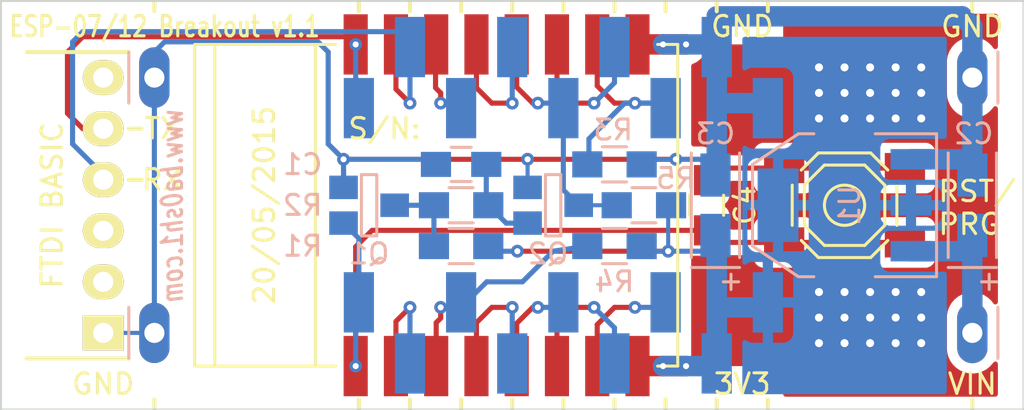
<source format=kicad_pcb>
(kicad_pcb (version 20221018) (generator pcbnew)
  (layers (0 "F.Cu" signal) (31 "B.Cu" signal) (34 "B.Paste" user) (35 "F.Paste" user) (36 "B.SilkS" user "B.Silkscreen") (37 "F.SilkS" user "F.Silkscreen") (38 "B.Mask" user) (39 "F.Mask" user) (44 "Edge.Cuts" user))
  (net 0 "")
  (net 1 "Net-(C1-Pad1)")
  (net 2 "GND")
  (net 3 "+5V")
  (net 4 "+3V3")
  (net 5 "/CTS")
  (net 6 "/V+")
  (net 7 "/TXO")
  (net 8 "/RXI")
  (net 9 "/DTR")
  (net 10 "/RESET")
  (net 11 "Net-(Q1-PadD)")
  (net 12 "/GPIO0")
  (net 13 "Net-(M1-Pad10)")
  (net 14 "Net-(M1-Pad3)")
  (net 15 "Net-(M1-Pad2)")
  (net 16 "Net-(M1-Pad4)")
  (net 17 "Net-(M1-Pad5)")
  (net 18 "Net-(M1-Pad6)")
  (net 19 "Net-(M1-Pad7)")
  (net 20 "Net-(M1-Pad13)")
  (net 21 "Net-(M1-Pad14)")
  (net 22 "Net-(M1-Pad11)")
  (footprint "Switch:PUSH_4x4_SMD" (layer "F.Cu") (at 148.59 128.27)
    (fp_text reference "SW1" hide)
    (fp_text value "SW_PUSH" hide)
    (fp_line (start -2.6 -1) (end -2.6 1) (stroke (width 0.1524)) (layer "F.SilkS"))
    (fp_line (start -1.99898 -1.00076) (end -1.99898 1.00076) (stroke (width 0.1524)) (layer "F.SilkS"))
    (fp_line (start -1.99898 1.00076) (end -1.00076 1.99898) (stroke (width 0.1524)) (layer "F.SilkS"))
    (fp_line (start -1.30048 2.60096) (end 1.30048 2.60096) (stroke (width 0.1524)) (layer "F.SilkS"))
    (fp_line (start -1.3 -2.6) (end -2.15 -1.75) (stroke (width 0.1524)) (layer "F.SilkS"))
    (fp_line (start -1.3 2.6) (end -2.15 1.75) (stroke (width 0.1524)) (layer "F.SilkS"))
    (fp_line (start -1.00076 -1.99898) (end -1.99898 -1.00076) (stroke (width 0.1524)) (layer "F.SilkS"))
    (fp_line (start -1.00076 1.99898) (end 1.00076 1.99898) (stroke (width 0.1524)) (layer "F.SilkS"))
    (fp_line (start 1.00076 -1.99898) (end -1.00076 -1.99898) (stroke (width 0.1524)) (layer "F.SilkS"))
    (fp_line (start 1.00076 1.99898) (end 1.99898 1.00076) (stroke (width 0.1524)) (layer "F.SilkS"))
    (fp_line (start 1.3 -2.6) (end 2.15 -1.75) (stroke (width 0.1524)) (layer "F.SilkS"))
    (fp_line (start 1.3 2.6) (end 2.15 1.75) (stroke (width 0.1524)) (layer "F.SilkS"))
    (fp_line (start 1.30048 -2.60096) (end -1.30048 -2.60096) (stroke (width 0.1524)) (layer "F.SilkS"))
    (fp_line (start 1.99898 -1.00076) (end 1.00076 -1.99898) (stroke (width 0.1524)) (layer "F.SilkS"))
    (fp_line (start 1.99898 1.00076) (end 1.99898 -1.00076) (stroke (width 0.1524)) (layer "F.SilkS"))
    (fp_line (start 2.6 1) (end 2.6 -0.95) (stroke (width 0.1524)) (layer "F.SilkS"))
    (fp_circle (center 0 0) (end -1.00076 0) (stroke (width 0.1524)) (fill none) (layer "F.SilkS"))
    (pad "1" smd rect (at -2.99974 -1.84912) (size 2 1.5) (layers "F.Cu" "F.Paste" "F.Mask") (net 2 "GND"))
    (pad "1" smd rect (at 2.99974 -1.84912) (size 2 1.5) (layers "F.Cu" "F.Paste" "F.Mask") (net 2 "GND"))
    (pad "2" smd rect (at -2.99974 1.84912) (size 2 1.5) (layers "F.Cu" "F.Paste" "F.Mask") (net 10 "/RESET"))
    (pad "2" smd rect (at 2.99974 1.84912) (size 2 1.5) (layers "F.Cu" "F.Paste" "F.Mask") (net 10 "/RESET"))
  )
  (footprint "Capacitors_SMD:C_0805_HandSoldering" (layer "F.Cu") (at 141.732 128.27 90)
    (fp_text reference "C4" (at 0 1.905 270) (layer "F.SilkS"))
    (fp_text value "0.1u" hide)
    (fp_line (start -0.5 0.85) (end 0.5 0.85) (stroke (width 0.15)) (layer "F.SilkS"))
    (fp_line (start 0.5 -0.85) (end -0.5 -0.85) (stroke (width 0.15)) (layer "F.SilkS"))
    (pad "1" smd rect (at -1.25 0 90) (size 1.5 1.25) (layers "F.Cu" "F.Paste" "F.Mask") (net 10 "/RESET"))
    (pad "2" smd rect (at 1.25 0 90) (size 1.5 1.25) (layers "F.Cu" "F.Paste" "F.Mask") (net 2 "GND"))
  )
  (footprint "ESP8266:ESP-07" (layer "F.Cu") (at 130.302 128.27)
    (fp_text reference "M1" hide)
    (fp_text value "ESP-07" hide)
    (fp_line (start -14 -8) (end -14 8) (stroke (width 0.15)) (layer "F.SilkS"))
    (fp_line (start -14 8) (end -13 8) (stroke (width 0.15)) (layer "F.SilkS"))
    (fp_line (start -13 -8) (end -14 -8) (stroke (width 0.15)) (layer "F.SilkS"))
    (fp_line (start -13 -8) (end -7 -8) (stroke (width 0.15)) (layer "F.SilkS"))
    (fp_line (start -13 8) (end -13 -8) (stroke (width 0.15)) (layer "F.SilkS"))
    (fp_line (start -8 -8) (end -8 8) (stroke (width 0.15)) (layer "F.SilkS"))
    (fp_line (start -7 8) (end -13 8) (stroke (width 0.15)) (layer "F.SilkS"))
    (fp_line (start 9 8) (end 10 8) (stroke (width 0.15)) (layer "F.SilkS"))
    (fp_line (start 10 -8) (end 9 -8) (stroke (width 0.15)) (layer "F.SilkS"))
    (fp_line (start 10 8) (end 10 -8) (stroke (width 0.15)) (layer "F.SilkS"))
    (pad "1" smd rect (at -6 8) (size 1.2 3) (layers "F.Cu" "F.Paste" "F.Mask") (net 10 "/RESET"))
    (pad "2" smd rect (at -4 8) (size 1.2 3) (layers "F.Cu" "F.Paste" "F.Mask") (net 15 "Net-(M1-Pad2)"))
    (pad "3" smd rect (at -2 8) (size 1.2 3) (layers "F.Cu" "F.Paste" "F.Mask") (net 14 "Net-(M1-Pad3)"))
    (pad "4" smd rect (at 0 8) (size 1.2 3) (layers "F.Cu" "F.Paste" "F.Mask") (net 16 "Net-(M1-Pad4)"))
    (pad "5" smd rect (at 2 8) (size 1.2 3) (layers "F.Cu" "F.Paste" "F.Mask") (net 17 "Net-(M1-Pad5)"))
    (pad "6" smd rect (at 4 8) (size 1.2 3) (layers "F.Cu" "F.Paste" "F.Mask") (net 18 "Net-(M1-Pad6)"))
    (pad "7" smd rect (at 6 8) (size 1.2 3) (layers "F.Cu" "F.Paste" "F.Mask") (net 19 "Net-(M1-Pad7)"))
    (pad "8" smd rect (at 8 8) (size 1.2 3) (layers "F.Cu" "F.Paste" "F.Mask") (net 4 "+3V3"))
    (pad "9" smd rect (at 8 -8) (size 1.2 3) (layers "F.Cu" "F.Paste" "F.Mask") (net 2 "GND"))
    (pad "10" smd rect (at 6 -8) (size 1.2 3) (layers "F.Cu" "F.Paste" "F.Mask") (net 13 "Net-(M1-Pad10)"))
    (pad "11" smd rect (at 4 -8) (size 1.2 3) (layers "F.Cu" "F.Paste" "F.Mask") (net 22 "Net-(M1-Pad11)"))
    (pad "12" smd rect (at 2 -8) (size 1.2 3) (layers "F.Cu" "F.Paste" "F.Mask") (net 12 "/GPIO0"))
    (pad "13" smd rect (at 0 -8) (size 1.2 3) (layers "F.Cu" "F.Paste" "F.Mask") (net 20 "Net-(M1-Pad13)"))
    (pad "14" smd rect (at -2 -8) (size 1.2 3) (layers "F.Cu" "F.Paste" "F.Mask") (net 21 "Net-(M1-Pad14)"))
    (pad "15" smd rect (at -4 -8) (size 1.2 3) (layers "F.Cu" "F.Paste" "F.Mask") (net 7 "/TXO"))
    (pad "16" smd rect (at -6 -8) (size 1.2 3) (layers "F.Cu" "F.Paste" "F.Mask") (net 8 "/RXI"))
  )
  (footprint "Pin_Headers:Pin_Header_Angled_1x06" (layer "F.Cu") (at 111.76 128.27 90)
    (fp_text reference "P1" hide)
    (fp_text value "FTDI BASIC" (at 0 -2.54 90) (layer "F.SilkS") (effects (font (size 1.016 1.016) (thickness 0.1524))))
    (pad "1" thru_hole rect (at -6.35 0 90) (size 1.7272 2.032) (drill 1) (layers "*.Cu" "*.Mask" "F.SilkS") (net 2 "GND"))
    (pad "2" thru_hole oval (at -3.81 0 90) (size 1.7272 2.032) (drill 1) (layers "*.Cu" "*.Mask" "F.SilkS") (net 5 "/CTS"))
    (pad "3" thru_hole oval (at -1.27 0 90) (size 1.7272 2.032) (drill 1) (layers "*.Cu" "*.Mask" "F.SilkS") (net 6 "/V+"))
    (pad "4" thru_hole oval (at 1.27 0 90) (size 1.7272 2.032) (drill 1) (layers "*.Cu" "*.Mask" "F.SilkS") (net 7 "/TXO"))
    (pad "5" thru_hole oval (at 3.81 0 90) (size 1.7272 2.032) (drill 1) (layers "*.Cu" "*.Mask" "F.SilkS") (net 8 "/RXI"))
    (pad "6" thru_hole oval (at 6.35 0 90) (size 1.7272 2.032) (drill 1) (layers "*.Cu" "*.Mask" "F.SilkS") (net 9 "/DTR"))
  )
  (footprint "Resistors_SMD:R_0805_HandSoldering" (layer "B.Cu") (at 129.54 128.27 180)
    (fp_text reference "R2" (at 7.874 0 180) (layer "B.SilkS") (effects (justify mirror)))
    (fp_text value "100K" hide)
    (fp_line (start -0.6 0.875) (end 0.6 0.875) (stroke (width 0.15)) (layer "B.SilkS"))
    (fp_line (start 0.6 -0.875) (end -0.6 -0.875) (stroke (width 0.15)) (layer "B.SilkS"))
    (pad "1" smd rect (at -1.35 0 180) (size 1.5 1.3) (layers "B.Cu" "B.Paste" "B.Mask") (net 1 "Net-(C1-Pad1)"))
    (pad "2" smd rect (at 1.35 0 180) (size 1.5 1.3) (layers "B.Cu" "B.Paste" "B.Mask") (net 11 "Net-(Q1-PadD)"))
  )
  (footprint "Resistors_SMD:R_0805_HandSoldering" (layer "B.Cu") (at 137.16 126.238 180)
    (fp_text reference "R3" (at 0.0635 1.7145 180) (layer "B.SilkS") (effects (justify mirror)))
    (fp_text value "10K" hide)
    (fp_line (start -0.6 0.875) (end 0.6 0.875) (stroke (width 0.15)) (layer "B.SilkS"))
    (fp_line (start 0.6 -0.875) (end -0.6 -0.875) (stroke (width 0.15)) (layer "B.SilkS"))
    (pad "1" smd rect (at -1.35 0 180) (size 1.5 1.3) (layers "B.Cu" "B.Paste" "B.Mask") (net 2 "GND"))
    (pad "2" smd rect (at 1.35 0 180) (size 1.5 1.3) (layers "B.Cu" "B.Paste" "B.Mask") (net 13 "Net-(M1-Pad10)"))
  )
  (footprint "Resistors_SMD:R_0805_HandSoldering" (layer "B.Cu") (at 137.16 130.302)
    (fp_text reference "R4" (at 0 1.778) (layer "B.SilkS") (effects (justify mirror)))
    (fp_text value "47K" hide)
    (fp_line (start -0.6 0.875) (end 0.6 0.875) (stroke (width 0.15)) (layer "B.SilkS"))
    (fp_line (start 0.6 -0.875) (end -0.6 -0.875) (stroke (width 0.15)) (layer "B.SilkS"))
    (pad "1" smd rect (at -1.35 0) (size 1.5 1.3) (layers "B.Cu" "B.Paste" "B.Mask") (net 14 "Net-(M1-Pad3)"))
    (pad "2" smd rect (at 1.35 0) (size 1.5 1.3) (layers "B.Cu" "B.Paste" "B.Mask") (net 4 "+3V3"))
  )
  (footprint "Capacitors_SMD:C_0805_HandSoldering" (layer "B.Cu") (at 129.54 126.238 180)
    (fp_text reference "C1" (at 7.874 0 180) (layer "B.SilkS") (effects (justify mirror)))
    (fp_text value "2u2" hide)
    (fp_line (start -0.5 -0.85) (end 0.5 -0.85) (stroke (width 0.15)) (layer "B.SilkS"))
    (fp_line (start 0.5 0.85) (end -0.5 0.85) (stroke (width 0.15)) (layer "B.SilkS"))
    (pad "1" smd rect (at -1.25 0 180) (size 1.5 1.25) (layers "B.Cu" "B.Paste" "B.Mask") (net 1 "Net-(C1-Pad1)"))
    (pad "2" smd rect (at 1.25 0 180) (size 1.5 1.25) (layers "B.Cu" "B.Paste" "B.Mask") (net 2 "GND"))
  )
  (footprint "Resistors_SMD:R_0805_HandSoldering" (layer "B.Cu") (at 129.54 130.302 180)
    (fp_text reference "R1" (at 7.874 0) (layer "B.SilkS") (effects (justify mirror)))
    (fp_text value "470K" hide)
    (fp_line (start -0.6 0.875) (end 0.6 0.875) (stroke (width 0.15)) (layer "B.SilkS"))
    (fp_line (start 0.6 -0.875) (end -0.6 -0.875) (stroke (width 0.15)) (layer "B.SilkS"))
    (pad "1" smd rect (at -1.35 0 180) (size 1.5 1.3) (layers "B.Cu" "B.Paste" "B.Mask") (net 4 "+3V3"))
    (pad "2" smd rect (at 1.35 0 180) (size 1.5 1.3) (layers "B.Cu" "B.Paste" "B.Mask") (net 11 "Net-(Q1-PadD)"))
  )
  (footprint "SMD_Packages:SOT-23-GDS" (layer "B.Cu") (at 134.112 128.27 -90)
    (fp_text reference "Q2" (at 2.413 0.254 180) (layer "B.SilkS") (effects (justify mirror)))
    (fp_text value "BSS138" hide)
    (fp_line (start -1.524 -0.381) (end -1.524 0.381) (stroke (width 0.15)) (layer "B.SilkS"))
    (fp_line (start -1.524 0.381) (end 1.524 0.381) (stroke (width 0.15)) (layer "B.SilkS"))
    (fp_line (start 1.524 -0.381) (end -1.524 -0.381) (stroke (width 0.15)) (layer "B.SilkS"))
    (fp_line (start 1.524 0.381) (end 1.524 -0.381) (stroke (width 0.15)) (layer "B.SilkS"))
    (pad "D" smd rect (at 0 -1.27 270) (size 1.1684 1.4224) (layers "B.Cu" "B.Paste" "B.Mask") (net 12 "/GPIO0"))
    (pad "G" smd rect (at 0.889 1.27 270) (size 1.1684 1.4224) (layers "B.Cu" "B.Paste" "B.Mask") (net 1 "Net-(C1-Pad1)"))
    (pad "S" smd rect (at -0.889 1.27 270) (size 1.1684 1.4224) (layers "B.Cu" "B.Paste" "B.Mask") (net 2 "GND"))
  )
  (footprint "Breakout:SMD-PINHEADER-11A" (layer "B.Cu") (at 114.3 121.92)
    (fp_text reference "P2" hide)
    (fp_text value "CONN_01X11" hide)
    (fp_line (start -1.27 1.27) (end -1.27 -1.27) (stroke (width 0.15)) (layer "B.SilkS"))
    (fp_line (start 41.91 1.27) (end 41.91 -1.27) (stroke (width 0.15)) (layer "B.SilkS"))
    (pad "1" thru_hole oval (at 0 0) (size 1.50622 3.01498) (drill 0.99822) (layers "*.Cu" "*.Mask") (net 2 "GND"))
    (pad "2" smd rect (at 10.16 1.52) (size 1.5 3) (layers "B.Cu" "B.Paste" "B.Mask") (net 8 "/RXI"))
    (pad "3" smd rect (at 12.7 -1.52) (size 1.5 3) (layers "B.Cu" "B.Paste" "B.Mask") (net 7 "/TXO"))
    (pad "4" smd rect (at 15.24 1.52) (size 1.5 3) (layers "B.Cu" "B.Paste" "B.Mask") (net 21 "Net-(M1-Pad14)"))
    (pad "5" smd rect (at 17.78 -1.52) (size 1.5 3) (layers "B.Cu" "B.Paste" "B.Mask") (net 20 "Net-(M1-Pad13)"))
    (pad "6" smd rect (at 20.32 1.52) (size 1.5 3) (layers "B.Cu" "B.Paste" "B.Mask") (net 12 "/GPIO0"))
    (pad "7" smd rect (at 22.86 -1.52) (size 1.5 3) (layers "B.Cu" "B.Paste" "B.Mask") (net 22 "Net-(M1-Pad11)"))
    (pad "8" smd rect (at 25.4 1.52) (size 1.5 3) (layers "B.Cu" "B.Paste" "B.Mask") (net 13 "Net-(M1-Pad10)"))
    (pad "9" smd rect (at 27.94 -1.52) (size 1.5 3) (layers "B.Cu" "B.Paste" "B.Mask") (net 2 "GND"))
    (pad "10" smd rect (at 30.48 1.52) (size 1.5 3) (layers "B.Cu" "B.Paste" "B.Mask") (net 2 "GND"))
    (pad "11" thru_hole oval (at 40.64 0) (size 1.50622 3.01498) (drill 0.99822) (layers "*.Cu" "*.Mask") (net 2 "GND"))
  )
  (footprint "Breakout:SMD-PINHEADER-11B" (layer "B.Cu") (at 114.3 134.62)
    (fp_text reference "P3" hide)
    (fp_text value "CONN_01X11" hide)
    (fp_line (start -1.27 1.27) (end -1.27 -1.27) (stroke (width 0.15)) (layer "B.SilkS"))
    (fp_line (start 41.91 1.27) (end 41.91 -1.27) (stroke (width 0.15)) (layer "B.SilkS"))
    (pad "1" thru_hole oval (at 0 0) (size 1.5 3) (drill 1) (layers "*.Cu" "*.Mask") (net 2 "GND"))
    (pad "2" smd rect (at 10.16 -1.52) (size 1.5 3) (layers "B.Cu" "B.Paste" "B.Mask") (net 10 "/RESET"))
    (pad "3" smd rect (at 12.7 1.52) (size 1.5 3) (layers "B.Cu" "B.Paste" "B.Mask") (net 15 "Net-(M1-Pad2)"))
    (pad "4" smd rect (at 15.24 -1.52) (size 1.5 3) (layers "B.Cu" "B.Paste" "B.Mask") (net 14 "Net-(M1-Pad3)"))
    (pad "5" smd rect (at 17.78 1.52) (size 1.5 3) (layers "B.Cu" "B.Paste" "B.Mask") (net 16 "Net-(M1-Pad4)"))
    (pad "6" smd rect (at 20.32 -1.52) (size 1.5 3) (layers "B.Cu" "B.Paste" "B.Mask") (net 17 "Net-(M1-Pad5)"))
    (pad "7" smd rect (at 22.86 1.52) (size 1.5 3) (layers "B.Cu" "B.Paste" "B.Mask") (net 18 "Net-(M1-Pad6)"))
    (pad "8" smd rect (at 25.4 -1.52) (size 1.5 3) (layers "B.Cu" "B.Paste" "B.Mask") (net 19 "Net-(M1-Pad7)"))
    (pad "9" smd rect (at 27.94 1.52) (size 1.5 3) (layers "B.Cu" "B.Paste" "B.Mask") (net 4 "+3V3"))
    (pad "10" smd rect (at 30.48 -1.52) (size 1.5 3) (layers "B.Cu" "B.Paste" "B.Mask") (net 4 "+3V3"))
    (pad "11" thru_hole oval (at 40.64 0) (size 1.50622 3.01498) (drill 0.99822) (layers "*.Cu" "*.Mask") (net 3 "+5V"))
  )
  (footprint "SMD_Packages:SOT-23-GDS" (layer "B.Cu") (at 124.968 128.27 -90)
    (fp_text reference "Q1" (at 2.413 0 180) (layer "B.SilkS") (effects (justify mirror)))
    (fp_text value "BSS138" hide)
    (fp_line (start -1.524 -0.381) (end -1.524 0.381) (stroke (width 0.15)) (layer "B.SilkS"))
    (fp_line (start -1.524 0.381) (end 1.524 0.381) (stroke (width 0.15)) (layer "B.SilkS"))
    (fp_line (start 1.524 -0.381) (end -1.524 -0.381) (stroke (width 0.15)) (layer "B.SilkS"))
    (fp_line (start 1.524 0.381) (end 1.524 -0.381) (stroke (width 0.15)) (layer "B.SilkS"))
    (pad "D" smd rect (at 0 -1.27 270) (size 1.1684 1.4224) (layers "B.Cu" "B.Paste" "B.Mask") (net 11 "Net-(Q1-PadD)"))
    (pad "G" smd rect (at 0.889 1.27 270) (size 1.1684 1.4224) (layers "B.Cu" "B.Paste" "B.Mask") (net 10 "/RESET"))
    (pad "S" smd rect (at -0.889 1.27 270) (size 1.1684 1.4224) (layers "B.Cu" "B.Paste" "B.Mask") (net 2 "GND"))
  )
  (footprint "SMD_Packages:SOT-223" (layer "B.Cu") (at 148.59 128.27 -90)
    (fp_text reference "U1" (at 0 -0.254 270) (layer "B.SilkS") (effects (justify mirror)))
    (fp_text value "1117-3.3" hide)
    (fp_line (start -3.556 -4.572) (end 3.556 -4.572) (stroke (width 0.15)) (layer "B.SilkS"))
    (fp_line (start -3.556 -1.524) (end -3.556 -4.572) (stroke (width 0.15)) (layer "B.SilkS"))
    (fp_line (start -3.556 1.524) (end -3.556 2.286) (stroke (width 0.15)) (layer "B.SilkS"))
    (fp_line (start -3.556 2.286) (end -2.032 4.572) (stroke (width 0.15)) (layer "B.SilkS"))
    (fp_line (start -2.032 4.572) (end 2.032 4.572) (stroke (width 0.15)) (layer "B.SilkS"))
    (fp_line (start 2.032 4.572) (end 3.556 2.286) (stroke (width 0.15)) (layer "B.SilkS"))
    (fp_line (start 3.556 -4.572) (end 3.556 -1.524) (stroke (width 0.15)) (layer "B.SilkS"))
    (fp_line (start 3.556 2.286) (end 3.556 1.524) (stroke (width 0.15)) (layer "B.SilkS"))
    (pad "1" smd rect (at -2.286 -3.302 270) (size 1.016 2.032) (layers "B.Cu" "B.Paste" "B.Mask") (net 2 "GND"))
    (pad "2" smd rect (at 0 -3.302 270) (size 1.016 2.032) (layers "B.Cu" "B.Paste" "B.Mask") (net 4 "+3V3"))
    (pad "2" smd rect (at 0 3.302 270) (size 3.6576 2.032) (layers "B.Cu" "B.Paste" "B.Mask") (net 4 "+3V3"))
    (pad "3" smd rect (at 2.286 -3.302 270) (size 1.016 2.032) (layers "B.Cu" "B.Paste" "B.Mask") (net 3 "+5V"))
  )
  (footprint "Capacitors_Tantalum_SMD:TantalC_SizeA_EIA-3216_Wave" (layer "B.Cu") (at 154.94 128.27 90)
    (fp_text reference "C2" (at 3.556 0.0635) (layer "B.SilkS") (effects (justify mirror)))
    (fp_text value "4u7" hide)
    (fp_text user "+" (at -3.81 0.762 90) (layer "B.SilkS") (effects (justify mirror)))
    (fp_line (start -3.09626 1.19888) (end -3.09626 -1.19888) (stroke (width 0.15)) (layer "B.SilkS"))
    (fp_line (start -2.60096 -1.19888) (end 2.60096 -1.19888) (stroke (width 0.15)) (layer "B.SilkS"))
    (fp_line (start 2.60096 1.19888) (end -2.60096 1.19888) (stroke (width 0.15)) (layer "B.SilkS"))
    (pad "1" smd rect (at -1.50114 0 90) (size 2.14884 1.50114) (layers "B.Cu" "B.Paste" "B.Mask") (net 3 "+5V"))
    (pad "2" smd rect (at 1.50114 0 90) (size 2.14884 1.50114) (layers "B.Cu" "B.Paste" "B.Mask") (net 2 "GND"))
  )
  (footprint "Capacitors_Tantalum_SMD:TantalC_SizeA_EIA-3216_Wave" (layer "B.Cu") (at 142.1765 128.27 90)
    (fp_text reference "C3" (at 3.556 0 180) (layer "B.SilkS") (effects (justify mirror)))
    (fp_text value "22u" hide)
    (fp_text user "+" (at -3.81 0.6985 90) (layer "B.SilkS") (effects (justify mirror)))
    (fp_line (start -3.09626 1.19888) (end -3.09626 -1.19888) (stroke (width 0.15)) (layer "B.SilkS"))
    (fp_line (start -2.60096 -1.19888) (end 2.60096 -1.19888) (stroke (width 0.15)) (layer "B.SilkS"))
    (fp_line (start 2.60096 1.19888) (end -2.60096 1.19888) (stroke (width 0.15)) (layer "B.SilkS"))
    (pad "1" smd rect (at -1.50114 0 90) (size 2.14884 1.50114) (layers "B.Cu" "B.Paste" "B.Mask") (net 4 "+3V3"))
    (pad "2" smd rect (at 1.50114 0 90) (size 2.14884 1.50114) (layers "B.Cu" "B.Paste" "B.Mask") (net 2 "GND"))
  )
  (footprint "Resistors_SMD:R_0805_HandSoldering" (layer "B.Cu") (at 138.6205 128.27)
    (fp_text reference "R5" (at 1.5875 -1.3335) (layer "B.SilkS") (effects (justify mirror)))
    (fp_text value "10K" hide)
    (fp_line (start -0.6 0.875) (end 0.6 0.875) (stroke (width 0.15)) (layer "B.SilkS"))
    (fp_line (start 0.6 -0.875) (end -0.6 -0.875) (stroke (width 0.15)) (layer "B.SilkS"))
    (pad "1" smd rect (at -1.35 0) (size 1.5 1.3) (layers "B.Cu" "B.Paste" "B.Mask") (net 12 "/GPIO0"))
    (pad "2" smd rect (at 1.35 0) (size 1.5 1.3) (layers "B.Cu" "B.Paste" "B.Mask") (net 4 "+3V3"))
  )
  (gr_line (start 144.78 118.618) (end 144.78 118.1735) (stroke (width 0.2)) (layer "F.SilkS"))
  (gr_line (start 129.54 137.922) (end 129.54 138.3665) (stroke (width 0.2)) (layer "F.SilkS"))
  (gr_line (start 129.54 118.618) (end 129.54 118.1735) (stroke (width 0.2)) (layer "F.SilkS"))
  (gr_line (start 139.7 118.618) (end 139.7 118.1735) (stroke (width 0.2)) (layer "F.SilkS"))
  (gr_line (start 127 118.618) (end 127 118.1735) (stroke (width 0.2)) (layer "F.SilkS"))
  (gr_line (start 114.3 118.618) (end 114.3 118.1735) (stroke (width 0.2)) (layer "F.SilkS"))
  (gr_line (start 137.16 137.922) (end 137.16 138.3665) (stroke (width 0.2)) (layer "F.SilkS"))
  (gr_line (start 139.7 137.922) (end 139.7 138.3665) (stroke (width 0.2)) (layer "F.SilkS"))
  (gr_line (start 132.08 118.618) (end 132.08 118.1735) (stroke (width 0.2)) (layer "F.SilkS"))
  (gr_line (start 134.62 137.922) (end 134.62 138.3665) (stroke (width 0.2)) (layer "F.SilkS"))
  (gr_line (start 134.62 118.618) (end 134.62 118.1735) (stroke (width 0.2)) (layer "F.SilkS"))
  (gr_line (start 113.03 127) (end 113.665 127) (stroke (width 0.2)) (layer "F.SilkS"))
  (gr_line (start 113.03 135.89) (end 107.95 135.89) (stroke (width 0.2)) (layer "F.SilkS"))
  (gr_line (start 144.78 137.922) (end 144.78 138.3665) (stroke (width 0.2)) (layer "F.SilkS"))
  (gr_line (start 113.03 124.46) (end 113.665 124.46) (stroke (width 0.2)) (layer "F.SilkS"))
  (gr_line (start 132.08 137.922) (end 132.08 138.3665) (stroke (width 0.2)) (layer "F.SilkS"))
  (gr_line (start 137.16 118.618) (end 137.16 118.1735) (stroke (width 0.2)) (layer "F.SilkS"))
  (gr_line (start 154.94 118.618) (end 154.94 118.1735) (stroke (width 0.2)) (layer "F.SilkS"))
  (gr_line (start 142.24 137.922) (end 142.24 138.3665) (stroke (width 0.2)) (layer "F.SilkS"))
  (gr_line (start 114.3 137.922) (end 114.3 138.3665) (stroke (width 0.2)) (layer "F.SilkS"))
  (gr_line (start 142.24 118.618) (end 142.24 118.1735) (stroke (width 0.2)) (layer "F.SilkS"))
  (gr_line (start 124.46 118.618) (end 124.46 118.1735) (stroke (width 0.2)) (layer "F.SilkS"))
  (gr_line (start 127 137.922) (end 127 138.3665) (stroke (width 0.2)) (layer "F.SilkS"))
  (gr_line (start 124.46 137.922) (end 124.46 138.3665) (stroke (width 0.2)) (layer "F.SilkS"))
  (gr_line (start 107.95 120.65) (end 113.03 120.65) (stroke (width 0.2)) (layer "F.SilkS"))
  (gr_line (start 154.94 137.922) (end 154.94 138.3665) (stroke (width 0.2)) (layer "F.SilkS"))
  (gr_line (start 157.48 138.43) (end 157.48 118.11) (stroke (width 0.1)) (layer "Edge.Cuts"))
  (gr_line (start 157.48 118.11) (end 106.68 118.11) (stroke (width 0.1)) (layer "Edge.Cuts"))
  (gr_line (start 106.68 138.43) (end 157.48 138.43) (stroke (width 0.1)) (layer "Edge.Cuts"))
  (gr_line (start 106.68 138.43) (end 106.68 118.11) (stroke (width 0.1)) (layer "Edge.Cuts"))
  (gr_text "www.ba0sh1.com" (at 115.189 128.27 90) (layer "B.SilkS") (effects (font (size 1.016 0.762) (thickness 0.1524) italic) (justify mirror)))
  (gr_text "GND" (at 143.51 119.38) (layer "F.SilkS") (effects (font (size 1.016 1.016) (thickness 0.1524))))
  (gr_text "GND" (at 154.94 119.38) (layer "F.SilkS") (effects (font (size 1.016 1.016) (thickness 0.1524))))
  (gr_text "ESP-07/12 Breakout v1.1" (at 114.808 119.38) (layer "F.SilkS") (effects (font (size 1.016 0.762) (thickness 0.1524))))
  (gr_text "RX" (at 114.681 127) (layer "F.SilkS") (effects (font (size 1.016 1.016) (thickness 0.1524))))
  (gr_text "GND" (at 111.76 137.16) (layer "F.SilkS") (effects (font (size 1.016 1.016) (thickness 0.1524))))
  (gr_text "TX" (at 114.681 124.46) (layer "F.SilkS") (effects (font (size 1.016 1.016) (thickness 0.1524))))
  (gr_text "20/05/2015" (at 119.761 128.27 90) (layer "F.SilkS") (effects (font (size 1.016 1.016) (thickness 0.1524))))
  (gr_text "S/N:" (at 125.73 124.46) (layer "F.SilkS") (effects (font (size 1.016 1.016) (thickness 0.1524))))
  (gr_text "3V3" (at 143.51 137.16) (layer "F.SilkS") (effects (font (size 1.016 1.016) (thickness 0.1524))))
  (gr_text "VIN" (at 154.94 137.16) (layer "F.SilkS") (effects (font (size 1.016 1.016) (thickness 0.1524))))
  (gr_text "RST/\nPRG" (at 153.162 128.397) (layer "F.SilkS") (effects (font (size 1.016 1.016) (thickness 0.1524)) (justify left)))
  (segment (start 130.79 128.17) (end 130.79 126.238) (width 0.254) (layer "B.Cu") (net 1))
  (segment (start 131.779 129.159) (end 130.89 128.27) (width 0.254) (layer "B.Cu") (net 1))
  (segment (start 132.842 129.159) (end 131.779 129.159) (width 0.254) (layer "B.Cu") (net 1))
  (segment (start 130.89 128.27) (end 130.79 128.17) (width 0.254) (layer "B.Cu") (net 1))
  (segment (start 138.302 119.508) (end 138.302 120.27) (width 0.508) (layer "F.Cu") (net 2))
  (segment (start 142.33112 126.42088) (end 145.59026 126.42088) (width 0.254) (layer "F.Cu") (net 2))
  (segment (start 138.303 120.269) (end 139.573 120.269) (width 1.016) (layer "F.Cu") (net 2))
  (segment (start 139.573 120.269) (end 140.716 120.269) (width 1.016) (layer "F.Cu") (net 2))
  (segment (start 123.698 125.984) (end 132.842 125.984) (width 0.254) (layer "F.Cu") (net 2))
  (segment (start 141.478 125.984) (end 141.732 126.238) (width 0.254) (layer "F.Cu") (net 2))
  (segment (start 141.732 126.238) (end 141.732 127.02) (width 0.254) (layer "F.Cu") (net 2))
  (segment (start 132.842 125.984) (end 140.208 125.984) (width 0.254) (layer "F.Cu") (net 2))
  (segment (start 140.208 125.984) (end 141.478 125.984) (width 0.254) (layer "F.Cu") (net 2))
  (segment (start 145.59026 126.42088) (end 151.58974 126.42088) (width 0.254) (layer "F.Cu") (net 2))
  (segment (start 141.732 127.02) (end 141.712 127) (width 0.254) (layer "F.Cu") (net 2))
  (segment (start 141.732 127.02) (end 142.33112 126.42088) (width 0.254) (layer "F.Cu") (net 2))
  (segment (start 138.302 120.27) (end 138.303 120.269) (width 1.016) (layer "F.Cu") (net 2))
  (via (at 139.573 120.269) (size 0.8382) (drill 0.3) (layers "F.Cu" "B.Cu") (net 2))
  (via (at 132.842 125.984) (size 0.635) (drill 0.3) (layers "F.Cu" "B.Cu") (net 2))
  (via (at 140.208 125.984) (size 0.635) (drill 0.3) (layers "F.Cu" "B.Cu") (net 2))
  (via (at 140.716 120.269) (size 0.8382) (drill 0.3) (layers "F.Cu" "B.Cu") (net 2))
  (via (at 123.698 125.984) (size 0.635) (drill 0.3) (layers "F.Cu" "B.Cu") (net 2))
  (segment (start 154.65298 125.984) (end 151.892 125.984) (width 1.016) (layer "B.Cu") (net 2))
  (segment (start 141.44498 125.984) (end 141.732 126.27102) (width 0.254) (layer "B.Cu") (net 2))
  (segment (start 154.94 119.38) (end 154.432 118.872) (width 1.016) (layer "B.Cu") (net 2))
  (segment (start 142.24 123.19) (end 142.24 123.444) (width 1.016) (layer "B.Cu") (net 2))
  (segment (start 142.24 125.76302) (end 142.24 120.65) (width 1.016) (layer "B.Cu") (net 2))
  (segment (start 141.859 120.269) (end 140.716 120.269) (width 1.016) (layer "B.Cu") (net 2))
  (segment (start 140.716 120.269) (end 139.573 120.269) (width 1.016) (layer "B.Cu") (net 2))
  (segment (start 114.3 120.65) (end 114.808 120.142) (width 0.254) (layer "B.Cu") (net 2))
  (segment (start 114.808 120.142) (end 122.428 120.142) (width 0.254) (layer "B.Cu") (net 2))
  (segment (start 122.428 120.142) (end 122.936 120.65) (width 0.254) (layer "B.Cu") (net 2))
  (segment (start 122.936 120.65) (end 122.936 125.222) (width 0.254) (layer "B.Cu") (net 2))
  (segment (start 122.936 125.222) (end 123.698 125.984) (width 0.254) (layer "B.Cu") (net 2))
  (segment (start 123.698 125.984) (end 123.698 127.381) (width 0.254) (layer "B.Cu") (net 2))
  (segment (start 128.036 125.984) (end 128.29 126.238) (width 0.254) (layer "B.Cu") (net 2))
  (segment (start 140.208 125.984) (end 141.44498 125.984) (width 0.254) (layer "B.Cu") (net 2))
  (segment (start 138.764 125.984) (end 138.51 126.238) (width 0.2032) (layer "B.Cu") (net 2))
  (segment (start 154.432 118.872) (end 142.24 118.872) (width 1.016) (layer "B.Cu") (net 2))
  (segment (start 114.3 134.62) (end 114.3 121.92) (width 0.254) (layer "B.Cu") (net 2))
  (segment (start 142.24 118.872) (end 142.24 120.65) (width 1.016) (layer "B.Cu") (net 2))
  (segment (start 154.94 121.92) (end 154.94 126.27102) (width 1.016) (layer "B.Cu") (net 2))
  (segment (start 144.78 123.19) (end 142.24 123.19) (width 1.016) (layer "B.Cu") (net 2))
  (segment (start 123.698 127.381) (end 123.698 126.492) (width 0.254) (layer "B.Cu") (net 2))
  (segment (start 123.698 125.984) (end 128.036 125.984) (width 0.254) (layer "B.Cu") (net 2))
  (segment (start 154.94 121.92) (end 154.94 119.38) (width 1.016) (layer "B.Cu") (net 2))
  (segment (start 142.24 120.65) (end 142.24 123.444) (width 1.016) (layer "B.Cu") (net 2))
  (segment (start 154.94 126.27102) (end 154.65298 125.984) (width 0.508) (layer "B.Cu") (net 2))
  (segment (start 142.24 120.65) (end 141.859 120.269) (width 1.016) (layer "B.Cu") (net 2))
  (segment (start 114.3 134.62) (end 111.76 134.62) (width 0.2032) (layer "B.Cu") (net 2))
  (segment (start 133.223 127.381) (end 132.588 127.381) (width 0.254) (layer "B.Cu") (net 2))
  (segment (start 114.3 121.92) (end 114.3 120.65) (width 0.254) (layer "B.Cu") (net 2))
  (segment (start 140.208 125.984) (end 138.764 125.984) (width 0.2032) (layer "B.Cu") (net 2))
  (segment (start 132.842 127.381) (end 132.842 125.984) (width 0.2032) (layer "B.Cu") (net 2))
  (segment (start 154.65298 130.556) (end 154.94 130.26898) (width 0.508) (layer "B.Cu") (net 3))
  (segment (start 151.892 130.556) (end 154.65298 130.556) (width 1.016) (layer "B.Cu") (net 3))
  (segment (start 154.94 134.62) (end 154.94 130.26898) (width 1.016) (layer "B.Cu") (net 3))
  (segment (start 132.334 130.556) (end 139.827 130.556) (width 0.254) (layer "F.Cu") (net 4))
  (segment (start 147.32 132.588) (end 148.59 132.588) (width 0.508) (layer "F.Cu") (net 4))
  (segment (start 149.86 132.588) (end 151.13 132.588) (width 0.508) (layer "F.Cu") (net 4))
  (segment (start 147.32 123.952) (end 148.59 123.952) (width 0.508) (layer "F.Cu") (net 4))
  (segment (start 149.86 123.952) (end 151.13 123.952) (width 0.508) (layer "F.Cu") (net 4))
  (segment (start 151.13 122.682) (end 149.86 122.682) (width 0.508) (layer "F.Cu") (net 4))
  (segment (start 148.59 122.682) (end 147.32 122.682) (width 0.508) (layer "F.Cu") (net 4))
  (segment (start 147.32 121.412) (end 148.59 121.412) (width 0.508) (layer "F.Cu") (net 4))
  (segment (start 149.86 121.412) (end 151.13 121.412) (width 0.508) (layer "F.Cu") (net 4))
  (segment (start 151.13 133.858) (end 149.86 133.858) (width 0.508) (layer "F.Cu") (net 4))
  (segment (start 148.59 133.858) (end 147.32 133.858) (width 0.508) (layer "F.Cu") (net 4))
  (segment (start 147.32 135.128) (end 148.59 135.128) (width 0.508) (layer "F.Cu") (net 4))
  (segment (start 149.86 135.128) (end 151.13 135.128) (width 0.508) (layer "F.Cu") (net 4))
  (segment (start 138.303 136.271) (end 139.573 136.271) (width 1.016) (layer "F.Cu") (net 4))
  (segment (start 139.573 136.271) (end 140.716 136.271) (width 1.016) (layer "F.Cu") (net 4))
  (segment (start 138.302 136.27) (end 138.303 136.271) (width 1.016) (layer "F.Cu") (net 4))
  (segment (start 152.4 132.588) (end 152.4 133.858) (width 0.508) (layer "F.Cu") (net 4))
  (segment (start 152.4 123.952) (end 152.4 122.682) (width 0.508) (layer "F.Cu") (net 4))
  (via (at 152.4 121.412) (size 1.27) (drill 0.4) (layers "F.Cu" "B.Cu") (net 4))
  (via (at 147.32 132.588) (size 1.27) (drill 0.4) (layers "F.Cu" "B.Cu") (net 4))
  (via (at 147.32 121.412) (size 1.27) (drill 0.4) (layers "F.Cu" "B.Cu") (net 4))
  (via (at 149.86 123.952) (size 1.27) (drill 0.4) (layers "F.Cu" "B.Cu") (net 4))
  (via (at 151.13 122.682) (size 1.27) (drill 0.4) (layers "F.Cu" "B.Cu") (net 4))
  (via (at 152.4 135.128) (size 1.27) (drill 0.4) (layers "F.Cu" "B.Cu") (net 4))
  (via (at 149.86 135.128) (size 1.27) (drill 0.4) (layers "F.Cu" "B.Cu") (net 4))
  (via (at 139.573 136.271) (size 0.8382) (drill 0.3) (layers "F.Cu" "B.Cu") (net 4))
  (via (at 152.4 132.588) (size 1.27) (drill 0.4) (layers "F.Cu" "B.Cu") (net 4))
  (via (at 149.86 133.858) (size 1.27) (drill 0.4) (layers "F.Cu" "B.Cu") (net 4))
  (via (at 148.59 132.588) (size 1.27) (drill 0.4) (layers "F.Cu" "B.Cu") (net 4))
  (via (at 151.13 132.588) (size 1.27) (drill 0.4) (layers "F.Cu" "B.Cu") (net 4))
  (via (at 151.13 135.128) (size 1.27) (drill 0.4) (layers "F.Cu" "B.Cu") (net 4))
  (via (at 149.86 121.412) (size 1.27) (drill 0.4) (layers "F.Cu" "B.Cu") (net 4))
  (via (at 152.4 122.682) (size 1.27) (drill 0.4) (layers "F.Cu" "B.Cu") (net 4))
  (via (at 139.827 130.556) (size 0.635) (drill 0.3) (layers "F.Cu" "B.Cu") (net 4))
  (via (at 148.59 133.858) (size 1.27) (drill 0.4) (layers "F.Cu" "B.Cu") (net 4))
  (via (at 147.32 123.952) (size 1.27) (drill 0.4) (layers "F.Cu" "B.Cu") (net 4))
  (via (at 151.13 121.412) (size 1.27) (drill 0.4) (layers "F.Cu" "B.Cu") (net 4))
  (via (at 149.86 122.682) (size 1.27) (drill 0.4) (layers "F.Cu" "B.Cu") (net 4))
  (via (at 151.13 123.952) (size 1.27) (drill 0.4) (layers "F.Cu" "B.Cu") (net 4))
  (via (at 148.59 121.412) (size 1.27) (drill 0.4) (layers "F.Cu" "B.Cu") (net 4))
  (via (at 148.59 135.128) (size 1.27) (drill 0.4) (layers "F.Cu" "B.Cu") (net 4))
  (via (at 148.59 122.682) (size 1.27) (drill 0.4) (layers "F.Cu" "B.Cu") (net 4))
  (via (at 132.334 130.556) (size 0.635) (drill 0.3) (layers "F.Cu" "B.Cu") (net 4))
  (via (at 147.32 135.128) (size 1.27) (drill 0.4) (layers "F.Cu" "B.Cu") (net 4))
  (via (at 148.59 123.952) (size 1.27) (drill 0.4) (layers "F.Cu" "B.Cu") (net 4))
  (via (at 147.32 122.682) (size 1.27) (drill 0.4) (layers "F.Cu" "B.Cu") (net 4))
  (via (at 151.13 133.858) (size 1.27) (drill 0.4) (layers "F.Cu" "B.Cu") (net 4))
  (via (at 152.4 123.952) (size 1.27) (drill 0.4) (layers "F.Cu" "B.Cu") (net 4))
  (via (at 147.32 133.858) (size 1.27) (drill 0.4) (layers "F.Cu" "B.Cu") (net 4))
  (via (at 140.716 136.271) (size 0.8382) (drill 0.3) (layers "F.Cu" "B.Cu") (net 4))
  (via (at 152.4 133.858) (size 1.27) (drill 0.4) (layers "F.Cu" "B.Cu") (net 4))
  (via (at 149.86 132.588) (size 1.27) (drill 0.4) (layers "F.Cu" "B.Cu") (net 4))
  (segment (start 139.827 130.556) (end 141.44498 130.556) (width 0.254) (layer "B.Cu") (net 4))
  (segment (start 148.59 132.588) (end 149.86 132.588) (width 0.508) (layer "B.Cu") (net 4))
  (segment (start 151.13 132.588) (end 152.4 132.588) (width 0.508) (layer "B.Cu") (net 4))
  (segment (start 148.59 123.952) (end 149.86 123.952) (width 0.508) (layer "B.Cu") (net 4))
  (segment (start 151.13 123.952) (end 152.4 123.952) (width 0.508) (layer "B.Cu") (net 4))
  (segment (start 152.4 122.682) (end 151.13 122.682) (width 0.508) (layer "B.Cu") (net 4))
  (segment (start 149.86 122.682) (end 148.59 122.682) (width 0.508) (layer "B.Cu") (net 4))
  (segment (start 147.32 122.682) (end 147.32 121.412) (width 0.508) (layer "B.Cu") (net 4))
  (segment (start 148.59 121.412) (end 149.86 121.412) (width 0.508) (layer "B.Cu") (net 4))
  (segment (start 151.13 121.412) (end 152.4 121.412) (width 0.508) (layer "B.Cu") (net 4))
  (segment (start 152.4 133.858) (end 151.13 133.858) (width 0.508) (layer "B.Cu") (net 4))
  (segment (start 149.86 133.858) (end 148.59 133.858) (width 0.508) (layer "B.Cu") (net 4))
  (segment (start 147.32 133.858) (end 147.32 135.128) (width 0.508) (layer "B.Cu") (net 4))
  (segment (start 148.59 135.128) (end 149.86 135.128) (width 0.508) (layer "B.Cu") (net 4))
  (segment (start 151.13 135.128) (end 152.4 135.128) (width 0.508) (layer "B.Cu") (net 4))
  (segment (start 147.32 128.27) (end 145.288 128.27) (width 0.508) (layer "B.Cu") (net 4))
  (segment (start 145.288 130.81) (end 147.32 130.81) (width 0.508) (layer "B.Cu") (net 4))
  (segment (start 147.32 130.81) (end 147.32 132.588) (width 0.508) (layer "B.Cu") (net 4))
  (segment (start 145.288 125.73) (end 147.32 125.73) (width 0.508) (layer "B.Cu") (net 4))
  (segment (start 147.32 125.73) (end 147.32 123.952) (width 0.508) (layer "B.Cu") (net 4))
  (segment (start 142.24 130.77698) (end 142.24 135.89) (width 1.016) (layer "B.Cu") (net 4))
  (segment (start 141.859 136.271) (end 140.716 136.271) (width 1.016) (layer "B.Cu") (net 4))
  (segment (start 140.716 136.271) (end 139.573 136.271) (width 1.016) (layer "B.Cu") (net 4))
  (segment (start 131.144 130.556) (end 130.89 130.302) (width 0.254) (layer "B.Cu") (net 4))
  (segment (start 139.827 128.4135) (end 139.9705 128.27) (width 0.2032) (layer "B.Cu") (net 4))
  (segment (start 138.764 130.556) (end 138.51 130.302) (width 0.2032) (layer "B.Cu") (net 4))
  (segment (start 145.288 128.27) (end 151.892 128.27) (width 0.508) (layer "B.Cu") (net 4))
  (segment (start 144.78 133.35) (end 142.24 133.35) (width 1.016) (layer "B.Cu") (net 4))
  (segment (start 139.827 130.556) (end 138.764 130.556) (width 0.2032) (layer "B.Cu") (net 4))
  (segment (start 131.144 130.556) (end 132.334 130.556) (width 0.254) (layer "B.Cu") (net 4))
  (segment (start 139.827 130.556) (end 139.827 128.4135) (width 0.2032) (layer "B.Cu") (net 4))
  (segment (start 142.24 135.89) (end 141.859 136.271) (width 1.016) (layer "B.Cu") (net 4))
  (segment (start 142.24 133.35) (end 142.24 135.89) (width 1.016) (layer "B.Cu") (net 4))
  (segment (start 145.288 128.27) (end 145.288 130.81) (width 0.508) (layer "B.Cu") (net 4))
  (segment (start 145.288 128.27) (end 145.288 125.73) (width 0.508) (layer "B.Cu") (net 4))
  (segment (start 126.302 122.492) (end 127 123.19) (width 0.254) (layer "F.Cu") (net 7))
  (segment (start 126.302 122.492) (end 126.302 120.27) (width 0.254) (layer "F.Cu") (net 7))
  (via (at 127 123.19) (size 0.635) (drill 0.3) (layers "F.Cu" "B.Cu") (net 7))
  (segment (start 110.236 125.222) (end 111.76 126.746) (width 0.254) (layer "B.Cu") (net 7))
  (segment (start 110.236 125.222) (end 110.236 120.142) (width 0.254) (layer "B.Cu") (net 7))
  (segment (start 110.236 120.142) (end 110.744 119.634) (width 0.254) (layer "B.Cu") (net 7))
  (segment (start 127 119.634) (end 127 120.65) (width 0.254) (layer "B.Cu") (net 7))
  (segment (start 127 120.65) (end 127 123.19) (width 0.254) (layer "B.Cu") (net 7))
  (segment (start 111.76 127) (end 111.76 126.746) (width 0.254) (layer "B.Cu") (net 7))
  (segment (start 127 119.634) (end 110.744 119.634) (width 0.254) (layer "B.Cu") (net 7))
  (segment (start 123.92 119.888) (end 110.744 119.888) (width 0.254) (layer "F.Cu") (net 8))
  (segment (start 110.744 119.888) (end 109.982 120.65) (width 0.254) (layer "F.Cu") (net 8))
  (segment (start 109.982 120.65) (end 109.982 123.698) (width 0.254) (layer "F.Cu") (net 8))
  (segment (start 109.982 123.698) (end 110.744 124.46) (width 0.254) (layer "F.Cu") (net 8))
  (segment (start 110.744 124.46) (end 111.76 124.46) (width 0.254) (layer "F.Cu") (net 8))
  (segment (start 124.302 120.27) (end 123.92 119.888) (width 0.2032) (layer "F.Cu") (net 8))
  (via (at 124.302 120.27) (size 0.635) (drill 0.3) (layers "F.Cu" "B.Cu") (net 8))
  (segment (start 124.302 120.27) (end 124.302 123.032) (width 0.254) (layer "B.Cu") (net 8))
  (segment (start 124.302 123.032) (end 124.46 123.19) (width 0.2032) (layer "B.Cu") (net 8))
  (segment (start 142.33112 130.11912) (end 141.732 129.52) (width 0.254) (layer "F.Cu") (net 10))
  (segment (start 125.115 129.52) (end 124.302 130.333) (width 0.254) (layer "F.Cu") (net 10))
  (segment (start 124.302 130.333) (end 124.302 136.27) (width 0.254) (layer "F.Cu") (net 10))
  (segment (start 151.58974 130.11912) (end 145.59026 130.11912) (width 0.254) (layer "F.Cu") (net 10))
  (segment (start 145.59026 130.11912) (end 142.33112 130.11912) (width 0.254) (layer "F.Cu") (net 10))
  (segment (start 125.115 129.52) (end 141.732 129.52) (width 0.254) (layer "F.Cu") (net 10))
  (via (at 124.302 136.27) (size 0.635) (drill 0.3) (layers "F.Cu" "B.Cu") (net 10))
  (segment (start 124.302 133.258) (end 124.46 133.1) (width 0.254) (layer "B.Cu") (net 10))
  (segment (start 124.46 129.921) (end 123.698 129.159) (width 0.254) (layer "B.Cu") (net 10))
  (segment (start 124.302 133.258) (end 124.302 136.27) (width 0.254) (layer "B.Cu") (net 10))
  (segment (start 124.46 133.1) (end 124.46 129.921) (width 0.254) (layer "B.Cu") (net 10))
  (segment (start 125.984 128.27) (end 128.19 128.27) (width 0.254) (layer "B.Cu") (net 11))
  (segment (start 128.19 128.27) (end 128.19 130.302) (width 0.254) (layer "B.Cu") (net 11))
  (segment (start 132.302 122.396) (end 133.096 123.19) (width 0.254) (layer "F.Cu") (net 12))
  (segment (start 133.096 123.19) (end 133.35 123.19) (width 0.254) (layer "F.Cu") (net 12))
  (segment (start 132.302 120.27) (end 132.302 122.396) (width 0.254) (layer "F.Cu") (net 12))
  (via (at 133.35 123.19) (size 0.635) (drill 0.3) (layers "F.Cu" "B.Cu") (net 12))
  (segment (start 133.35 123.19) (end 134.62 123.19) (width 0.254) (layer "B.Cu") (net 12))
  (segment (start 134.62 127.508) (end 134.62 123.44) (width 0.254) (layer "B.Cu") (net 12))
  (segment (start 135.382 128.27) (end 134.62 127.508) (width 0.254) (layer "B.Cu") (net 12))
  (segment (start 137.2705 128.27) (end 135.382 128.27) (width 0.2032) (layer "B.Cu") (net 12))
  (segment (start 136.302 122.332) (end 137.16 123.19) (width 0.254) (layer "F.Cu") (net 13))
  (segment (start 137.16 123.19) (end 138.176 123.19) (width 0.254) (layer "F.Cu") (net 13))
  (segment (start 136.302 120.27) (end 136.302 122.332) (width 0.254) (layer "F.Cu") (net 13))
  (via (at 138.176 123.19) (size 0.635) (drill 0.3) (layers "F.Cu" "B.Cu") (net 13))
  (segment (start 138.176 123.19) (end 139.7 123.19) (width 0.254) (layer "B.Cu") (net 13))
  (segment (start 135.89 126.158) (end 135.89 124.968) (width 0.254) (layer "B.Cu") (net 13))
  (segment (start 135.89 124.968) (end 137.668 123.19) (width 0.254) (layer "B.Cu") (net 13))
  (segment (start 137.668 123.19) (end 139.7 123.19) (width 0.254) (layer "B.Cu") (net 13))
  (segment (start 135.81 126.238) (end 135.81 125.81) (width 0.254) (layer "B.Cu") (net 13))
  (segment (start 135.81 126.238) (end 135.89 126.158) (width 0.254) (layer "B.Cu") (net 13))
  (segment (start 128.524 133.89) (end 128.524 133.35) (width 0.254) (layer "F.Cu") (net 14))
  (segment (start 128.302 134.112) (end 128.524 133.89) (width 0.254) (layer "F.Cu") (net 14))
  (segment (start 128.302 136.27) (end 128.302 134.112) (width 0.254) (layer "F.Cu") (net 14))
  (via (at 128.524 133.35) (size 0.635) (drill 0.3) (layers "F.Cu" "B.Cu") (net 14))
  (segment (start 128.524 133.35) (end 129.54 133.35) (width 0.254) (layer "B.Cu") (net 14))
  (segment (start 130.81 132.08) (end 132.588 132.08) (width 0.254) (layer "B.Cu") (net 14))
  (segment (start 132.588 132.08) (end 134.112 130.556) (width 0.254) (layer "B.Cu") (net 14))
  (segment (start 134.112 130.556) (end 135.81 130.302) (width 0.254) (layer "B.Cu") (net 14))
  (segment (start 129.54 133.35) (end 130.81 132.08) (width 0.254) (layer "B.Cu") (net 14))
  (segment (start 126.302 134.048) (end 127 133.35) (width 0.254) (layer "F.Cu") (net 15))
  (segment (start 126.302 136.27) (end 126.302 134.048) (width 0.254) (layer "F.Cu") (net 15))
  (via (at 127 133.35) (size 0.635) (drill 0.3) (layers "F.Cu" "B.Cu") (net 15))
  (segment (start 127 133.35) (end 127 135.89) (width 0.254) (layer "B.Cu") (net 15))
  (segment (start 130.302 134.112) (end 131.064 133.35) (width 0.254) (layer "F.Cu") (net 16))
  (segment (start 131.064 133.35) (end 132.08 133.35) (width 0.254) (layer "F.Cu") (net 16))
  (segment (start 130.302 136.27) (end 130.302 134.112) (width 0.254) (layer "F.Cu") (net 16))
  (via (at 132.08 133.35) (size 0.635) (drill 0.3) (layers "F.Cu" "B.Cu") (net 16))
  (segment (start 132.08 133.35) (end 132.08 135.89) (width 0.254) (layer "B.Cu") (net 16))
  (segment (start 132.302 134.144) (end 133.096 133.35) (width 0.254) (layer "F.Cu") (net 17))
  (segment (start 133.096 133.35) (end 133.35 133.35) (width 0.254) (layer "F.Cu") (net 17))
  (segment (start 132.302 136.27) (end 132.302 134.144) (width 0.254) (layer "F.Cu") (net 17))
  (via (at 133.35 133.35) (size 0.635) (drill 0.3) (layers "F.Cu" "B.Cu") (net 17))
  (segment (start 134.62 133.35) (end 133.35 133.35) (width 0.254) (layer "B.Cu") (net 17))
  (segment (start 134.302 134.176) (end 135.128 133.35) (width 0.254) (layer "F.Cu") (net 18))
  (segment (start 135.128 133.35) (end 136.144 133.35) (width 0.254) (layer "F.Cu") (net 18))
  (segment (start 134.302 136.27) (end 134.302 134.176) (width 0.254) (layer "F.Cu") (net 18))
  (via (at 136.144 133.35) (size 0.635) (drill 0.3) (layers "F.Cu" "B.Cu") (net 18))
  (segment (start 136.144 133.35) (end 137.16 134.366) (width 0.254) (layer "B.Cu") (net 18))
  (segment (start 137.16 134.366) (end 137.16 135.89) (width 0.254) (layer "B.Cu") (net 18))
  (segment (start 136.302 134.208) (end 137.16 133.35) (width 0.254) (layer "F.Cu") (net 19))
  (segment (start 137.16 133.35) (end 138.176 133.35) (width 0.254) (layer "F.Cu") (net 19))
  (segment (start 136.302 136.27) (end 136.302 134.208) (width 0.254) (layer "F.Cu") (net 19))
  (via (at 138.176 133.35) (size 0.635) (drill 0.3) (layers "F.Cu" "B.Cu") (net 19))
  (segment (start 138.176 133.35) (end 139.7 133.35) (width 0.254) (layer "B.Cu") (net 19))
  (segment (start 130.302 122.428) (end 131.064 123.19) (width 0.254) (layer "F.Cu") (net 20))
  (segment (start 131.064 123.19) (end 132.08 123.19) (width 0.254) (layer "F.Cu") (net 20))
  (segment (start 130.302 120.27) (end 130.302 122.428) (width 0.254) (layer "F.Cu") (net 20))
  (via (at 132.08 123.19) (size 0.635) (drill 0.3) (layers "F.Cu" "B.Cu") (net 20))
  (segment (start 132.08 123.19) (end 132.08 120.65) (width 0.254) (layer "B.Cu") (net 20))
  (segment (start 128.27 120.302) (end 128.27 122.428) (width 0.254) (layer "F.Cu") (net 21))
  (segment (start 128.27 122.428) (end 128.524 122.682) (width 0.254) (layer "F.Cu") (net 21))
  (segment (start 128.524 122.682) (end 128.524 123.19) (width 0.254) (layer "F.Cu") (net 21))
  (segment (start 128.302 120.27) (end 128.27 120.302) (width 0.254) (layer "F.Cu") (net 21))
  (via (at 128.524 123.19) (size 0.635) (drill 0.3) (layers "F.Cu" "B.Cu") (net 21))
  (segment (start 128.524 123.19) (end 129.54 123.19) (width 0.254) (layer "B.Cu") (net 21))
  (segment (start 134.302 122.364) (end 135.128 123.19) (width 0.254) (layer "F.Cu") (net 22))
  (segment (start 135.128 123.19) (end 136.144 123.19) (width 0.254) (layer "F.Cu") (net 22))
  (segment (start 134.302 120.27) (end 134.302 122.364) (width 0.254) (layer "F.Cu") (net 22))
  (via (at 136.144 123.19) (size 0.635) (drill 0.3) (layers "F.Cu" "B.Cu") (net 22))
  (segment (start 136.144 123.19) (end 137.16 122.174) (width 0.254) (layer "B.Cu") (net 22))
  (segment (start 137.16 122.174) (end 137.16 120.65) (width 0.254) (layer "B.Cu") (net 22))
  (zone (net 4) (net_name "+3V3") (layer "F.Cu") (connect_pads (clearance 0.508)) (min_thickness 0.254) (fill yes (thermal_gap 0.508) (thermal_bridge_width 0.508) (smoothing fillet))
    (polygon (pts (xy 156.21 137.795) (xy 145.542 137.795) (xy 145.542 136.271) (xy 140.97 136.271) (xy 140.97 120.269) (xy 145.542 120.269) (xy 145.542 118.745) (xy 156.21 118.745)))
  )
  (zone (net 4) (net_name "+3V3") (layer "B.Cu") (connect_pads (clearance 0.508)) (min_thickness 0.254) (fill yes (thermal_gap 0.508) (thermal_bridge_width 0.508) (smoothing fillet))
    (polygon (pts (xy 153.67 137.668) (xy 143.51 137.668) (xy 143.51 119.888) (xy 153.67 119.888)))
  )
)
</source>
